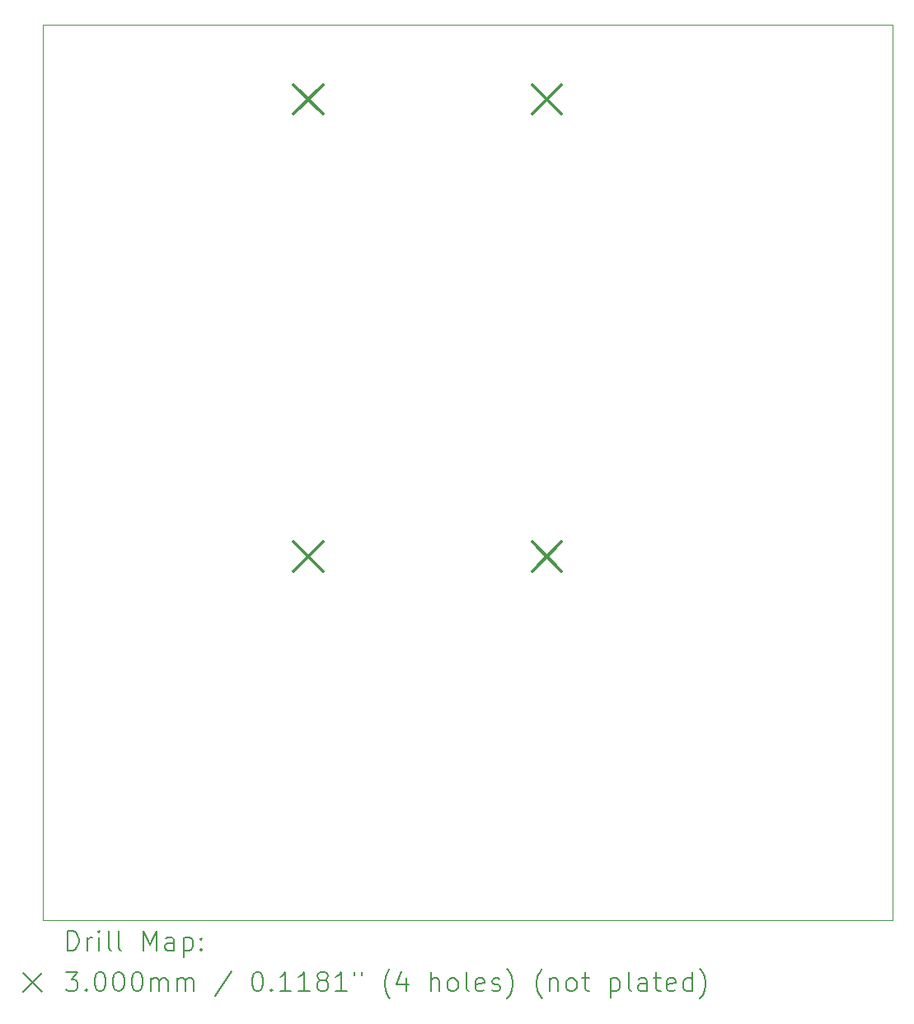
<source format=gbr>
%TF.GenerationSoftware,KiCad,Pcbnew,9.0.4*%
%TF.CreationDate,2025-11-06T03:01:43+05:30*%
%TF.ProjectId,project005,70726f6a-6563-4743-9030-352e6b696361,rev?*%
%TF.SameCoordinates,Original*%
%TF.FileFunction,Drillmap*%
%TF.FilePolarity,Positive*%
%FSLAX45Y45*%
G04 Gerber Fmt 4.5, Leading zero omitted, Abs format (unit mm)*
G04 Created by KiCad (PCBNEW 9.0.4) date 2025-11-06 03:01:43*
%MOMM*%
%LPD*%
G01*
G04 APERTURE LIST*
%ADD10C,0.050000*%
%ADD11C,0.200000*%
%ADD12C,0.300000*%
G04 APERTURE END LIST*
D10*
X7900000Y-5200000D02*
X16630000Y-5200000D01*
X16630000Y-14390000D01*
X7900000Y-14390000D01*
X7900000Y-5200000D01*
D11*
D12*
X10482000Y-5814000D02*
X10782000Y-6114000D01*
X10782000Y-5814000D02*
X10482000Y-6114000D01*
X10482000Y-10509000D02*
X10782000Y-10809000D01*
X10782000Y-10509000D02*
X10482000Y-10809000D01*
X12933000Y-5814000D02*
X13233000Y-6114000D01*
X13233000Y-5814000D02*
X12933000Y-6114000D01*
X12933000Y-10509000D02*
X13233000Y-10809000D01*
X13233000Y-10509000D02*
X12933000Y-10809000D01*
D11*
X8158277Y-14703984D02*
X8158277Y-14503984D01*
X8158277Y-14503984D02*
X8205896Y-14503984D01*
X8205896Y-14503984D02*
X8234467Y-14513508D01*
X8234467Y-14513508D02*
X8253515Y-14532555D01*
X8253515Y-14532555D02*
X8263039Y-14551603D01*
X8263039Y-14551603D02*
X8272562Y-14589698D01*
X8272562Y-14589698D02*
X8272562Y-14618269D01*
X8272562Y-14618269D02*
X8263039Y-14656365D01*
X8263039Y-14656365D02*
X8253515Y-14675412D01*
X8253515Y-14675412D02*
X8234467Y-14694460D01*
X8234467Y-14694460D02*
X8205896Y-14703984D01*
X8205896Y-14703984D02*
X8158277Y-14703984D01*
X8358277Y-14703984D02*
X8358277Y-14570650D01*
X8358277Y-14608746D02*
X8367801Y-14589698D01*
X8367801Y-14589698D02*
X8377324Y-14580174D01*
X8377324Y-14580174D02*
X8396372Y-14570650D01*
X8396372Y-14570650D02*
X8415420Y-14570650D01*
X8482086Y-14703984D02*
X8482086Y-14570650D01*
X8482086Y-14503984D02*
X8472563Y-14513508D01*
X8472563Y-14513508D02*
X8482086Y-14523031D01*
X8482086Y-14523031D02*
X8491610Y-14513508D01*
X8491610Y-14513508D02*
X8482086Y-14503984D01*
X8482086Y-14503984D02*
X8482086Y-14523031D01*
X8605896Y-14703984D02*
X8586848Y-14694460D01*
X8586848Y-14694460D02*
X8577324Y-14675412D01*
X8577324Y-14675412D02*
X8577324Y-14503984D01*
X8710658Y-14703984D02*
X8691610Y-14694460D01*
X8691610Y-14694460D02*
X8682086Y-14675412D01*
X8682086Y-14675412D02*
X8682086Y-14503984D01*
X8939229Y-14703984D02*
X8939229Y-14503984D01*
X8939229Y-14503984D02*
X9005896Y-14646841D01*
X9005896Y-14646841D02*
X9072563Y-14503984D01*
X9072563Y-14503984D02*
X9072563Y-14703984D01*
X9253515Y-14703984D02*
X9253515Y-14599222D01*
X9253515Y-14599222D02*
X9243991Y-14580174D01*
X9243991Y-14580174D02*
X9224944Y-14570650D01*
X9224944Y-14570650D02*
X9186848Y-14570650D01*
X9186848Y-14570650D02*
X9167801Y-14580174D01*
X9253515Y-14694460D02*
X9234467Y-14703984D01*
X9234467Y-14703984D02*
X9186848Y-14703984D01*
X9186848Y-14703984D02*
X9167801Y-14694460D01*
X9167801Y-14694460D02*
X9158277Y-14675412D01*
X9158277Y-14675412D02*
X9158277Y-14656365D01*
X9158277Y-14656365D02*
X9167801Y-14637317D01*
X9167801Y-14637317D02*
X9186848Y-14627793D01*
X9186848Y-14627793D02*
X9234467Y-14627793D01*
X9234467Y-14627793D02*
X9253515Y-14618269D01*
X9348753Y-14570650D02*
X9348753Y-14770650D01*
X9348753Y-14580174D02*
X9367801Y-14570650D01*
X9367801Y-14570650D02*
X9405896Y-14570650D01*
X9405896Y-14570650D02*
X9424944Y-14580174D01*
X9424944Y-14580174D02*
X9434467Y-14589698D01*
X9434467Y-14589698D02*
X9443991Y-14608746D01*
X9443991Y-14608746D02*
X9443991Y-14665888D01*
X9443991Y-14665888D02*
X9434467Y-14684936D01*
X9434467Y-14684936D02*
X9424944Y-14694460D01*
X9424944Y-14694460D02*
X9405896Y-14703984D01*
X9405896Y-14703984D02*
X9367801Y-14703984D01*
X9367801Y-14703984D02*
X9348753Y-14694460D01*
X9529705Y-14684936D02*
X9539229Y-14694460D01*
X9539229Y-14694460D02*
X9529705Y-14703984D01*
X9529705Y-14703984D02*
X9520182Y-14694460D01*
X9520182Y-14694460D02*
X9529705Y-14684936D01*
X9529705Y-14684936D02*
X9529705Y-14703984D01*
X9529705Y-14580174D02*
X9539229Y-14589698D01*
X9539229Y-14589698D02*
X9529705Y-14599222D01*
X9529705Y-14599222D02*
X9520182Y-14589698D01*
X9520182Y-14589698D02*
X9529705Y-14580174D01*
X9529705Y-14580174D02*
X9529705Y-14599222D01*
X7697500Y-14932500D02*
X7897500Y-15132500D01*
X7897500Y-14932500D02*
X7697500Y-15132500D01*
X8139229Y-14923984D02*
X8263039Y-14923984D01*
X8263039Y-14923984D02*
X8196372Y-15000174D01*
X8196372Y-15000174D02*
X8224943Y-15000174D01*
X8224943Y-15000174D02*
X8243991Y-15009698D01*
X8243991Y-15009698D02*
X8253515Y-15019222D01*
X8253515Y-15019222D02*
X8263039Y-15038269D01*
X8263039Y-15038269D02*
X8263039Y-15085888D01*
X8263039Y-15085888D02*
X8253515Y-15104936D01*
X8253515Y-15104936D02*
X8243991Y-15114460D01*
X8243991Y-15114460D02*
X8224943Y-15123984D01*
X8224943Y-15123984D02*
X8167801Y-15123984D01*
X8167801Y-15123984D02*
X8148753Y-15114460D01*
X8148753Y-15114460D02*
X8139229Y-15104936D01*
X8348753Y-15104936D02*
X8358277Y-15114460D01*
X8358277Y-15114460D02*
X8348753Y-15123984D01*
X8348753Y-15123984D02*
X8339229Y-15114460D01*
X8339229Y-15114460D02*
X8348753Y-15104936D01*
X8348753Y-15104936D02*
X8348753Y-15123984D01*
X8482086Y-14923984D02*
X8501134Y-14923984D01*
X8501134Y-14923984D02*
X8520182Y-14933508D01*
X8520182Y-14933508D02*
X8529705Y-14943031D01*
X8529705Y-14943031D02*
X8539229Y-14962079D01*
X8539229Y-14962079D02*
X8548753Y-15000174D01*
X8548753Y-15000174D02*
X8548753Y-15047793D01*
X8548753Y-15047793D02*
X8539229Y-15085888D01*
X8539229Y-15085888D02*
X8529705Y-15104936D01*
X8529705Y-15104936D02*
X8520182Y-15114460D01*
X8520182Y-15114460D02*
X8501134Y-15123984D01*
X8501134Y-15123984D02*
X8482086Y-15123984D01*
X8482086Y-15123984D02*
X8463039Y-15114460D01*
X8463039Y-15114460D02*
X8453515Y-15104936D01*
X8453515Y-15104936D02*
X8443991Y-15085888D01*
X8443991Y-15085888D02*
X8434467Y-15047793D01*
X8434467Y-15047793D02*
X8434467Y-15000174D01*
X8434467Y-15000174D02*
X8443991Y-14962079D01*
X8443991Y-14962079D02*
X8453515Y-14943031D01*
X8453515Y-14943031D02*
X8463039Y-14933508D01*
X8463039Y-14933508D02*
X8482086Y-14923984D01*
X8672563Y-14923984D02*
X8691610Y-14923984D01*
X8691610Y-14923984D02*
X8710658Y-14933508D01*
X8710658Y-14933508D02*
X8720182Y-14943031D01*
X8720182Y-14943031D02*
X8729705Y-14962079D01*
X8729705Y-14962079D02*
X8739229Y-15000174D01*
X8739229Y-15000174D02*
X8739229Y-15047793D01*
X8739229Y-15047793D02*
X8729705Y-15085888D01*
X8729705Y-15085888D02*
X8720182Y-15104936D01*
X8720182Y-15104936D02*
X8710658Y-15114460D01*
X8710658Y-15114460D02*
X8691610Y-15123984D01*
X8691610Y-15123984D02*
X8672563Y-15123984D01*
X8672563Y-15123984D02*
X8653515Y-15114460D01*
X8653515Y-15114460D02*
X8643991Y-15104936D01*
X8643991Y-15104936D02*
X8634467Y-15085888D01*
X8634467Y-15085888D02*
X8624944Y-15047793D01*
X8624944Y-15047793D02*
X8624944Y-15000174D01*
X8624944Y-15000174D02*
X8634467Y-14962079D01*
X8634467Y-14962079D02*
X8643991Y-14943031D01*
X8643991Y-14943031D02*
X8653515Y-14933508D01*
X8653515Y-14933508D02*
X8672563Y-14923984D01*
X8863039Y-14923984D02*
X8882086Y-14923984D01*
X8882086Y-14923984D02*
X8901134Y-14933508D01*
X8901134Y-14933508D02*
X8910658Y-14943031D01*
X8910658Y-14943031D02*
X8920182Y-14962079D01*
X8920182Y-14962079D02*
X8929705Y-15000174D01*
X8929705Y-15000174D02*
X8929705Y-15047793D01*
X8929705Y-15047793D02*
X8920182Y-15085888D01*
X8920182Y-15085888D02*
X8910658Y-15104936D01*
X8910658Y-15104936D02*
X8901134Y-15114460D01*
X8901134Y-15114460D02*
X8882086Y-15123984D01*
X8882086Y-15123984D02*
X8863039Y-15123984D01*
X8863039Y-15123984D02*
X8843991Y-15114460D01*
X8843991Y-15114460D02*
X8834467Y-15104936D01*
X8834467Y-15104936D02*
X8824944Y-15085888D01*
X8824944Y-15085888D02*
X8815420Y-15047793D01*
X8815420Y-15047793D02*
X8815420Y-15000174D01*
X8815420Y-15000174D02*
X8824944Y-14962079D01*
X8824944Y-14962079D02*
X8834467Y-14943031D01*
X8834467Y-14943031D02*
X8843991Y-14933508D01*
X8843991Y-14933508D02*
X8863039Y-14923984D01*
X9015420Y-15123984D02*
X9015420Y-14990650D01*
X9015420Y-15009698D02*
X9024944Y-15000174D01*
X9024944Y-15000174D02*
X9043991Y-14990650D01*
X9043991Y-14990650D02*
X9072563Y-14990650D01*
X9072563Y-14990650D02*
X9091610Y-15000174D01*
X9091610Y-15000174D02*
X9101134Y-15019222D01*
X9101134Y-15019222D02*
X9101134Y-15123984D01*
X9101134Y-15019222D02*
X9110658Y-15000174D01*
X9110658Y-15000174D02*
X9129705Y-14990650D01*
X9129705Y-14990650D02*
X9158277Y-14990650D01*
X9158277Y-14990650D02*
X9177325Y-15000174D01*
X9177325Y-15000174D02*
X9186848Y-15019222D01*
X9186848Y-15019222D02*
X9186848Y-15123984D01*
X9282086Y-15123984D02*
X9282086Y-14990650D01*
X9282086Y-15009698D02*
X9291610Y-15000174D01*
X9291610Y-15000174D02*
X9310658Y-14990650D01*
X9310658Y-14990650D02*
X9339229Y-14990650D01*
X9339229Y-14990650D02*
X9358277Y-15000174D01*
X9358277Y-15000174D02*
X9367801Y-15019222D01*
X9367801Y-15019222D02*
X9367801Y-15123984D01*
X9367801Y-15019222D02*
X9377325Y-15000174D01*
X9377325Y-15000174D02*
X9396372Y-14990650D01*
X9396372Y-14990650D02*
X9424944Y-14990650D01*
X9424944Y-14990650D02*
X9443991Y-15000174D01*
X9443991Y-15000174D02*
X9453515Y-15019222D01*
X9453515Y-15019222D02*
X9453515Y-15123984D01*
X9843991Y-14914460D02*
X9672563Y-15171603D01*
X10101134Y-14923984D02*
X10120182Y-14923984D01*
X10120182Y-14923984D02*
X10139229Y-14933508D01*
X10139229Y-14933508D02*
X10148753Y-14943031D01*
X10148753Y-14943031D02*
X10158277Y-14962079D01*
X10158277Y-14962079D02*
X10167801Y-15000174D01*
X10167801Y-15000174D02*
X10167801Y-15047793D01*
X10167801Y-15047793D02*
X10158277Y-15085888D01*
X10158277Y-15085888D02*
X10148753Y-15104936D01*
X10148753Y-15104936D02*
X10139229Y-15114460D01*
X10139229Y-15114460D02*
X10120182Y-15123984D01*
X10120182Y-15123984D02*
X10101134Y-15123984D01*
X10101134Y-15123984D02*
X10082087Y-15114460D01*
X10082087Y-15114460D02*
X10072563Y-15104936D01*
X10072563Y-15104936D02*
X10063039Y-15085888D01*
X10063039Y-15085888D02*
X10053515Y-15047793D01*
X10053515Y-15047793D02*
X10053515Y-15000174D01*
X10053515Y-15000174D02*
X10063039Y-14962079D01*
X10063039Y-14962079D02*
X10072563Y-14943031D01*
X10072563Y-14943031D02*
X10082087Y-14933508D01*
X10082087Y-14933508D02*
X10101134Y-14923984D01*
X10253515Y-15104936D02*
X10263039Y-15114460D01*
X10263039Y-15114460D02*
X10253515Y-15123984D01*
X10253515Y-15123984D02*
X10243991Y-15114460D01*
X10243991Y-15114460D02*
X10253515Y-15104936D01*
X10253515Y-15104936D02*
X10253515Y-15123984D01*
X10453515Y-15123984D02*
X10339229Y-15123984D01*
X10396372Y-15123984D02*
X10396372Y-14923984D01*
X10396372Y-14923984D02*
X10377325Y-14952555D01*
X10377325Y-14952555D02*
X10358277Y-14971603D01*
X10358277Y-14971603D02*
X10339229Y-14981127D01*
X10643991Y-15123984D02*
X10529706Y-15123984D01*
X10586848Y-15123984D02*
X10586848Y-14923984D01*
X10586848Y-14923984D02*
X10567801Y-14952555D01*
X10567801Y-14952555D02*
X10548753Y-14971603D01*
X10548753Y-14971603D02*
X10529706Y-14981127D01*
X10758277Y-15009698D02*
X10739229Y-15000174D01*
X10739229Y-15000174D02*
X10729706Y-14990650D01*
X10729706Y-14990650D02*
X10720182Y-14971603D01*
X10720182Y-14971603D02*
X10720182Y-14962079D01*
X10720182Y-14962079D02*
X10729706Y-14943031D01*
X10729706Y-14943031D02*
X10739229Y-14933508D01*
X10739229Y-14933508D02*
X10758277Y-14923984D01*
X10758277Y-14923984D02*
X10796372Y-14923984D01*
X10796372Y-14923984D02*
X10815420Y-14933508D01*
X10815420Y-14933508D02*
X10824944Y-14943031D01*
X10824944Y-14943031D02*
X10834468Y-14962079D01*
X10834468Y-14962079D02*
X10834468Y-14971603D01*
X10834468Y-14971603D02*
X10824944Y-14990650D01*
X10824944Y-14990650D02*
X10815420Y-15000174D01*
X10815420Y-15000174D02*
X10796372Y-15009698D01*
X10796372Y-15009698D02*
X10758277Y-15009698D01*
X10758277Y-15009698D02*
X10739229Y-15019222D01*
X10739229Y-15019222D02*
X10729706Y-15028746D01*
X10729706Y-15028746D02*
X10720182Y-15047793D01*
X10720182Y-15047793D02*
X10720182Y-15085888D01*
X10720182Y-15085888D02*
X10729706Y-15104936D01*
X10729706Y-15104936D02*
X10739229Y-15114460D01*
X10739229Y-15114460D02*
X10758277Y-15123984D01*
X10758277Y-15123984D02*
X10796372Y-15123984D01*
X10796372Y-15123984D02*
X10815420Y-15114460D01*
X10815420Y-15114460D02*
X10824944Y-15104936D01*
X10824944Y-15104936D02*
X10834468Y-15085888D01*
X10834468Y-15085888D02*
X10834468Y-15047793D01*
X10834468Y-15047793D02*
X10824944Y-15028746D01*
X10824944Y-15028746D02*
X10815420Y-15019222D01*
X10815420Y-15019222D02*
X10796372Y-15009698D01*
X11024944Y-15123984D02*
X10910658Y-15123984D01*
X10967801Y-15123984D02*
X10967801Y-14923984D01*
X10967801Y-14923984D02*
X10948753Y-14952555D01*
X10948753Y-14952555D02*
X10929706Y-14971603D01*
X10929706Y-14971603D02*
X10910658Y-14981127D01*
X11101134Y-14923984D02*
X11101134Y-14962079D01*
X11177325Y-14923984D02*
X11177325Y-14962079D01*
X11472563Y-15200174D02*
X11463039Y-15190650D01*
X11463039Y-15190650D02*
X11443991Y-15162079D01*
X11443991Y-15162079D02*
X11434468Y-15143031D01*
X11434468Y-15143031D02*
X11424944Y-15114460D01*
X11424944Y-15114460D02*
X11415420Y-15066841D01*
X11415420Y-15066841D02*
X11415420Y-15028746D01*
X11415420Y-15028746D02*
X11424944Y-14981127D01*
X11424944Y-14981127D02*
X11434468Y-14952555D01*
X11434468Y-14952555D02*
X11443991Y-14933508D01*
X11443991Y-14933508D02*
X11463039Y-14904936D01*
X11463039Y-14904936D02*
X11472563Y-14895412D01*
X11634468Y-14990650D02*
X11634468Y-15123984D01*
X11586848Y-14914460D02*
X11539229Y-15057317D01*
X11539229Y-15057317D02*
X11663039Y-15057317D01*
X11891610Y-15123984D02*
X11891610Y-14923984D01*
X11977325Y-15123984D02*
X11977325Y-15019222D01*
X11977325Y-15019222D02*
X11967801Y-15000174D01*
X11967801Y-15000174D02*
X11948753Y-14990650D01*
X11948753Y-14990650D02*
X11920182Y-14990650D01*
X11920182Y-14990650D02*
X11901134Y-15000174D01*
X11901134Y-15000174D02*
X11891610Y-15009698D01*
X12101134Y-15123984D02*
X12082087Y-15114460D01*
X12082087Y-15114460D02*
X12072563Y-15104936D01*
X12072563Y-15104936D02*
X12063039Y-15085888D01*
X12063039Y-15085888D02*
X12063039Y-15028746D01*
X12063039Y-15028746D02*
X12072563Y-15009698D01*
X12072563Y-15009698D02*
X12082087Y-15000174D01*
X12082087Y-15000174D02*
X12101134Y-14990650D01*
X12101134Y-14990650D02*
X12129706Y-14990650D01*
X12129706Y-14990650D02*
X12148753Y-15000174D01*
X12148753Y-15000174D02*
X12158277Y-15009698D01*
X12158277Y-15009698D02*
X12167801Y-15028746D01*
X12167801Y-15028746D02*
X12167801Y-15085888D01*
X12167801Y-15085888D02*
X12158277Y-15104936D01*
X12158277Y-15104936D02*
X12148753Y-15114460D01*
X12148753Y-15114460D02*
X12129706Y-15123984D01*
X12129706Y-15123984D02*
X12101134Y-15123984D01*
X12282087Y-15123984D02*
X12263039Y-15114460D01*
X12263039Y-15114460D02*
X12253515Y-15095412D01*
X12253515Y-15095412D02*
X12253515Y-14923984D01*
X12434468Y-15114460D02*
X12415420Y-15123984D01*
X12415420Y-15123984D02*
X12377325Y-15123984D01*
X12377325Y-15123984D02*
X12358277Y-15114460D01*
X12358277Y-15114460D02*
X12348753Y-15095412D01*
X12348753Y-15095412D02*
X12348753Y-15019222D01*
X12348753Y-15019222D02*
X12358277Y-15000174D01*
X12358277Y-15000174D02*
X12377325Y-14990650D01*
X12377325Y-14990650D02*
X12415420Y-14990650D01*
X12415420Y-14990650D02*
X12434468Y-15000174D01*
X12434468Y-15000174D02*
X12443991Y-15019222D01*
X12443991Y-15019222D02*
X12443991Y-15038269D01*
X12443991Y-15038269D02*
X12348753Y-15057317D01*
X12520182Y-15114460D02*
X12539230Y-15123984D01*
X12539230Y-15123984D02*
X12577325Y-15123984D01*
X12577325Y-15123984D02*
X12596372Y-15114460D01*
X12596372Y-15114460D02*
X12605896Y-15095412D01*
X12605896Y-15095412D02*
X12605896Y-15085888D01*
X12605896Y-15085888D02*
X12596372Y-15066841D01*
X12596372Y-15066841D02*
X12577325Y-15057317D01*
X12577325Y-15057317D02*
X12548753Y-15057317D01*
X12548753Y-15057317D02*
X12529706Y-15047793D01*
X12529706Y-15047793D02*
X12520182Y-15028746D01*
X12520182Y-15028746D02*
X12520182Y-15019222D01*
X12520182Y-15019222D02*
X12529706Y-15000174D01*
X12529706Y-15000174D02*
X12548753Y-14990650D01*
X12548753Y-14990650D02*
X12577325Y-14990650D01*
X12577325Y-14990650D02*
X12596372Y-15000174D01*
X12672563Y-15200174D02*
X12682087Y-15190650D01*
X12682087Y-15190650D02*
X12701134Y-15162079D01*
X12701134Y-15162079D02*
X12710658Y-15143031D01*
X12710658Y-15143031D02*
X12720182Y-15114460D01*
X12720182Y-15114460D02*
X12729706Y-15066841D01*
X12729706Y-15066841D02*
X12729706Y-15028746D01*
X12729706Y-15028746D02*
X12720182Y-14981127D01*
X12720182Y-14981127D02*
X12710658Y-14952555D01*
X12710658Y-14952555D02*
X12701134Y-14933508D01*
X12701134Y-14933508D02*
X12682087Y-14904936D01*
X12682087Y-14904936D02*
X12672563Y-14895412D01*
X13034468Y-15200174D02*
X13024944Y-15190650D01*
X13024944Y-15190650D02*
X13005896Y-15162079D01*
X13005896Y-15162079D02*
X12996372Y-15143031D01*
X12996372Y-15143031D02*
X12986849Y-15114460D01*
X12986849Y-15114460D02*
X12977325Y-15066841D01*
X12977325Y-15066841D02*
X12977325Y-15028746D01*
X12977325Y-15028746D02*
X12986849Y-14981127D01*
X12986849Y-14981127D02*
X12996372Y-14952555D01*
X12996372Y-14952555D02*
X13005896Y-14933508D01*
X13005896Y-14933508D02*
X13024944Y-14904936D01*
X13024944Y-14904936D02*
X13034468Y-14895412D01*
X13110658Y-14990650D02*
X13110658Y-15123984D01*
X13110658Y-15009698D02*
X13120182Y-15000174D01*
X13120182Y-15000174D02*
X13139230Y-14990650D01*
X13139230Y-14990650D02*
X13167801Y-14990650D01*
X13167801Y-14990650D02*
X13186849Y-15000174D01*
X13186849Y-15000174D02*
X13196372Y-15019222D01*
X13196372Y-15019222D02*
X13196372Y-15123984D01*
X13320182Y-15123984D02*
X13301134Y-15114460D01*
X13301134Y-15114460D02*
X13291611Y-15104936D01*
X13291611Y-15104936D02*
X13282087Y-15085888D01*
X13282087Y-15085888D02*
X13282087Y-15028746D01*
X13282087Y-15028746D02*
X13291611Y-15009698D01*
X13291611Y-15009698D02*
X13301134Y-15000174D01*
X13301134Y-15000174D02*
X13320182Y-14990650D01*
X13320182Y-14990650D02*
X13348753Y-14990650D01*
X13348753Y-14990650D02*
X13367801Y-15000174D01*
X13367801Y-15000174D02*
X13377325Y-15009698D01*
X13377325Y-15009698D02*
X13386849Y-15028746D01*
X13386849Y-15028746D02*
X13386849Y-15085888D01*
X13386849Y-15085888D02*
X13377325Y-15104936D01*
X13377325Y-15104936D02*
X13367801Y-15114460D01*
X13367801Y-15114460D02*
X13348753Y-15123984D01*
X13348753Y-15123984D02*
X13320182Y-15123984D01*
X13443992Y-14990650D02*
X13520182Y-14990650D01*
X13472563Y-14923984D02*
X13472563Y-15095412D01*
X13472563Y-15095412D02*
X13482087Y-15114460D01*
X13482087Y-15114460D02*
X13501134Y-15123984D01*
X13501134Y-15123984D02*
X13520182Y-15123984D01*
X13739230Y-14990650D02*
X13739230Y-15190650D01*
X13739230Y-15000174D02*
X13758277Y-14990650D01*
X13758277Y-14990650D02*
X13796373Y-14990650D01*
X13796373Y-14990650D02*
X13815420Y-15000174D01*
X13815420Y-15000174D02*
X13824944Y-15009698D01*
X13824944Y-15009698D02*
X13834468Y-15028746D01*
X13834468Y-15028746D02*
X13834468Y-15085888D01*
X13834468Y-15085888D02*
X13824944Y-15104936D01*
X13824944Y-15104936D02*
X13815420Y-15114460D01*
X13815420Y-15114460D02*
X13796373Y-15123984D01*
X13796373Y-15123984D02*
X13758277Y-15123984D01*
X13758277Y-15123984D02*
X13739230Y-15114460D01*
X13948753Y-15123984D02*
X13929706Y-15114460D01*
X13929706Y-15114460D02*
X13920182Y-15095412D01*
X13920182Y-15095412D02*
X13920182Y-14923984D01*
X14110658Y-15123984D02*
X14110658Y-15019222D01*
X14110658Y-15019222D02*
X14101134Y-15000174D01*
X14101134Y-15000174D02*
X14082087Y-14990650D01*
X14082087Y-14990650D02*
X14043992Y-14990650D01*
X14043992Y-14990650D02*
X14024944Y-15000174D01*
X14110658Y-15114460D02*
X14091611Y-15123984D01*
X14091611Y-15123984D02*
X14043992Y-15123984D01*
X14043992Y-15123984D02*
X14024944Y-15114460D01*
X14024944Y-15114460D02*
X14015420Y-15095412D01*
X14015420Y-15095412D02*
X14015420Y-15076365D01*
X14015420Y-15076365D02*
X14024944Y-15057317D01*
X14024944Y-15057317D02*
X14043992Y-15047793D01*
X14043992Y-15047793D02*
X14091611Y-15047793D01*
X14091611Y-15047793D02*
X14110658Y-15038269D01*
X14177325Y-14990650D02*
X14253515Y-14990650D01*
X14205896Y-14923984D02*
X14205896Y-15095412D01*
X14205896Y-15095412D02*
X14215420Y-15114460D01*
X14215420Y-15114460D02*
X14234468Y-15123984D01*
X14234468Y-15123984D02*
X14253515Y-15123984D01*
X14396373Y-15114460D02*
X14377325Y-15123984D01*
X14377325Y-15123984D02*
X14339230Y-15123984D01*
X14339230Y-15123984D02*
X14320182Y-15114460D01*
X14320182Y-15114460D02*
X14310658Y-15095412D01*
X14310658Y-15095412D02*
X14310658Y-15019222D01*
X14310658Y-15019222D02*
X14320182Y-15000174D01*
X14320182Y-15000174D02*
X14339230Y-14990650D01*
X14339230Y-14990650D02*
X14377325Y-14990650D01*
X14377325Y-14990650D02*
X14396373Y-15000174D01*
X14396373Y-15000174D02*
X14405896Y-15019222D01*
X14405896Y-15019222D02*
X14405896Y-15038269D01*
X14405896Y-15038269D02*
X14310658Y-15057317D01*
X14577325Y-15123984D02*
X14577325Y-14923984D01*
X14577325Y-15114460D02*
X14558277Y-15123984D01*
X14558277Y-15123984D02*
X14520182Y-15123984D01*
X14520182Y-15123984D02*
X14501134Y-15114460D01*
X14501134Y-15114460D02*
X14491611Y-15104936D01*
X14491611Y-15104936D02*
X14482087Y-15085888D01*
X14482087Y-15085888D02*
X14482087Y-15028746D01*
X14482087Y-15028746D02*
X14491611Y-15009698D01*
X14491611Y-15009698D02*
X14501134Y-15000174D01*
X14501134Y-15000174D02*
X14520182Y-14990650D01*
X14520182Y-14990650D02*
X14558277Y-14990650D01*
X14558277Y-14990650D02*
X14577325Y-15000174D01*
X14653515Y-15200174D02*
X14663039Y-15190650D01*
X14663039Y-15190650D02*
X14682087Y-15162079D01*
X14682087Y-15162079D02*
X14691611Y-15143031D01*
X14691611Y-15143031D02*
X14701134Y-15114460D01*
X14701134Y-15114460D02*
X14710658Y-15066841D01*
X14710658Y-15066841D02*
X14710658Y-15028746D01*
X14710658Y-15028746D02*
X14701134Y-14981127D01*
X14701134Y-14981127D02*
X14691611Y-14952555D01*
X14691611Y-14952555D02*
X14682087Y-14933508D01*
X14682087Y-14933508D02*
X14663039Y-14904936D01*
X14663039Y-14904936D02*
X14653515Y-14895412D01*
M02*

</source>
